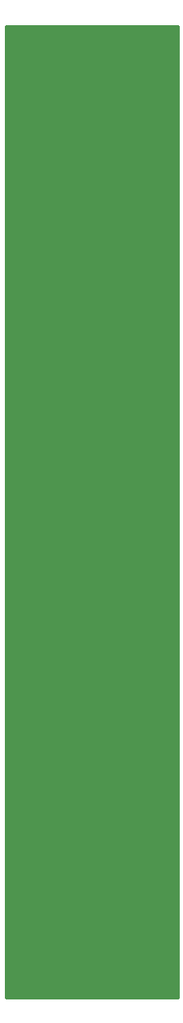
<source format=gbl>
G75*
G70*
%OFA0B0*%
%FSLAX24Y24*%
%IPPOS*%
%LPD*%
%AMOC8*
5,1,8,0,0,1.08239X$1,22.5*
%
%ADD10C,0.0100*%
D10*
X000318Y003313D02*
X000318Y043177D01*
X007382Y043177D01*
X007382Y003313D01*
X000318Y003313D01*
X000318Y003342D02*
X007382Y003342D01*
X007382Y003441D02*
X000318Y003441D01*
X000318Y003539D02*
X007382Y003539D01*
X007382Y003638D02*
X000318Y003638D01*
X000318Y003736D02*
X007382Y003736D01*
X007382Y003835D02*
X000318Y003835D01*
X000318Y003933D02*
X007382Y003933D01*
X007382Y004032D02*
X000318Y004032D01*
X000318Y004130D02*
X007382Y004130D01*
X007382Y004229D02*
X000318Y004229D01*
X000318Y004327D02*
X007382Y004327D01*
X007382Y004426D02*
X000318Y004426D01*
X000318Y004524D02*
X007382Y004524D01*
X007382Y004623D02*
X000318Y004623D01*
X000318Y004721D02*
X007382Y004721D01*
X007382Y004820D02*
X000318Y004820D01*
X000318Y004918D02*
X007382Y004918D01*
X007382Y005017D02*
X000318Y005017D01*
X000318Y005115D02*
X007382Y005115D01*
X007382Y005214D02*
X000318Y005214D01*
X000318Y005312D02*
X007382Y005312D01*
X007382Y005411D02*
X000318Y005411D01*
X000318Y005509D02*
X007382Y005509D01*
X007382Y005608D02*
X000318Y005608D01*
X000318Y005706D02*
X007382Y005706D01*
X007382Y005805D02*
X000318Y005805D01*
X000318Y005903D02*
X007382Y005903D01*
X007382Y006002D02*
X000318Y006002D01*
X000318Y006100D02*
X007382Y006100D01*
X007382Y006199D02*
X000318Y006199D01*
X000318Y006297D02*
X007382Y006297D01*
X007382Y006396D02*
X000318Y006396D01*
X000318Y006494D02*
X007382Y006494D01*
X007382Y006593D02*
X000318Y006593D01*
X000318Y006691D02*
X007382Y006691D01*
X007382Y006790D02*
X000318Y006790D01*
X000318Y006888D02*
X007382Y006888D01*
X007382Y006987D02*
X000318Y006987D01*
X000318Y007085D02*
X007382Y007085D01*
X007382Y007184D02*
X000318Y007184D01*
X000318Y007282D02*
X007382Y007282D01*
X007382Y007381D02*
X000318Y007381D01*
X000318Y007479D02*
X007382Y007479D01*
X007382Y007578D02*
X000318Y007578D01*
X000318Y007676D02*
X007382Y007676D01*
X007382Y007775D02*
X000318Y007775D01*
X000318Y007873D02*
X007382Y007873D01*
X007382Y007972D02*
X000318Y007972D01*
X000318Y008070D02*
X007382Y008070D01*
X007382Y008169D02*
X000318Y008169D01*
X000318Y008267D02*
X007382Y008267D01*
X007382Y008366D02*
X000318Y008366D01*
X000318Y008464D02*
X007382Y008464D01*
X007382Y008563D02*
X000318Y008563D01*
X000318Y008661D02*
X007382Y008661D01*
X007382Y008760D02*
X000318Y008760D01*
X000318Y008858D02*
X007382Y008858D01*
X007382Y008957D02*
X000318Y008957D01*
X000318Y009055D02*
X007382Y009055D01*
X007382Y009154D02*
X000318Y009154D01*
X000318Y009252D02*
X007382Y009252D01*
X007382Y009351D02*
X000318Y009351D01*
X000318Y009449D02*
X007382Y009449D01*
X007382Y009548D02*
X000318Y009548D01*
X000318Y009646D02*
X007382Y009646D01*
X007382Y009745D02*
X000318Y009745D01*
X000318Y009843D02*
X007382Y009843D01*
X007382Y009942D02*
X000318Y009942D01*
X000318Y010040D02*
X007382Y010040D01*
X007382Y010139D02*
X000318Y010139D01*
X000318Y010237D02*
X007382Y010237D01*
X007382Y010336D02*
X000318Y010336D01*
X000318Y010434D02*
X007382Y010434D01*
X007382Y010533D02*
X000318Y010533D01*
X000318Y010631D02*
X007382Y010631D01*
X007382Y010730D02*
X000318Y010730D01*
X000318Y010828D02*
X007382Y010828D01*
X007382Y010927D02*
X000318Y010927D01*
X000318Y011025D02*
X007382Y011025D01*
X007382Y011124D02*
X000318Y011124D01*
X000318Y011222D02*
X007382Y011222D01*
X007382Y011321D02*
X000318Y011321D01*
X000318Y011419D02*
X007382Y011419D01*
X007382Y011518D02*
X000318Y011518D01*
X000318Y011616D02*
X007382Y011616D01*
X007382Y011715D02*
X000318Y011715D01*
X000318Y011813D02*
X007382Y011813D01*
X007382Y011912D02*
X000318Y011912D01*
X000318Y012010D02*
X007382Y012010D01*
X007382Y012109D02*
X000318Y012109D01*
X000318Y012207D02*
X007382Y012207D01*
X007382Y012306D02*
X000318Y012306D01*
X000318Y012404D02*
X007382Y012404D01*
X007382Y012503D02*
X000318Y012503D01*
X000318Y012601D02*
X007382Y012601D01*
X007382Y012700D02*
X000318Y012700D01*
X000318Y012798D02*
X007382Y012798D01*
X007382Y012897D02*
X000318Y012897D01*
X000318Y012995D02*
X007382Y012995D01*
X007382Y013094D02*
X000318Y013094D01*
X000318Y013192D02*
X007382Y013192D01*
X007382Y013291D02*
X000318Y013291D01*
X000318Y013389D02*
X007382Y013389D01*
X007382Y013488D02*
X000318Y013488D01*
X000318Y013586D02*
X007382Y013586D01*
X007382Y013685D02*
X000318Y013685D01*
X000318Y013783D02*
X007382Y013783D01*
X007382Y013882D02*
X000318Y013882D01*
X000318Y013980D02*
X007382Y013980D01*
X007382Y014079D02*
X000318Y014079D01*
X000318Y014177D02*
X007382Y014177D01*
X007382Y014276D02*
X000318Y014276D01*
X000318Y014374D02*
X007382Y014374D01*
X007382Y014473D02*
X000318Y014473D01*
X000318Y014571D02*
X007382Y014571D01*
X007382Y014670D02*
X000318Y014670D01*
X000318Y014768D02*
X007382Y014768D01*
X007382Y014867D02*
X000318Y014867D01*
X000318Y014965D02*
X007382Y014965D01*
X007382Y015064D02*
X000318Y015064D01*
X000318Y015162D02*
X007382Y015162D01*
X007382Y015261D02*
X000318Y015261D01*
X000318Y015359D02*
X007382Y015359D01*
X007382Y015458D02*
X000318Y015458D01*
X000318Y015556D02*
X007382Y015556D01*
X007382Y015655D02*
X000318Y015655D01*
X000318Y015753D02*
X007382Y015753D01*
X007382Y015852D02*
X000318Y015852D01*
X000318Y015950D02*
X007382Y015950D01*
X007382Y016049D02*
X000318Y016049D01*
X000318Y016147D02*
X007382Y016147D01*
X007382Y016246D02*
X000318Y016246D01*
X000318Y016344D02*
X007382Y016344D01*
X007382Y016443D02*
X000318Y016443D01*
X000318Y016541D02*
X007382Y016541D01*
X007382Y016640D02*
X000318Y016640D01*
X000318Y016738D02*
X007382Y016738D01*
X007382Y016837D02*
X000318Y016837D01*
X000318Y016935D02*
X007382Y016935D01*
X007382Y017034D02*
X000318Y017034D01*
X000318Y017132D02*
X007382Y017132D01*
X007382Y017231D02*
X000318Y017231D01*
X000318Y017329D02*
X007382Y017329D01*
X007382Y017428D02*
X000318Y017428D01*
X000318Y017526D02*
X007382Y017526D01*
X007382Y017625D02*
X000318Y017625D01*
X000318Y017723D02*
X007382Y017723D01*
X007382Y017822D02*
X000318Y017822D01*
X000318Y017920D02*
X007382Y017920D01*
X007382Y018019D02*
X000318Y018019D01*
X000318Y018117D02*
X007382Y018117D01*
X007382Y018216D02*
X000318Y018216D01*
X000318Y018314D02*
X007382Y018314D01*
X007382Y018413D02*
X000318Y018413D01*
X000318Y018511D02*
X007382Y018511D01*
X007382Y018610D02*
X000318Y018610D01*
X000318Y018708D02*
X007382Y018708D01*
X007382Y018807D02*
X000318Y018807D01*
X000318Y018905D02*
X007382Y018905D01*
X007382Y019004D02*
X000318Y019004D01*
X000318Y019102D02*
X007382Y019102D01*
X007382Y019201D02*
X000318Y019201D01*
X000318Y019299D02*
X007382Y019299D01*
X007382Y019398D02*
X000318Y019398D01*
X000318Y019496D02*
X007382Y019496D01*
X007382Y019595D02*
X000318Y019595D01*
X000318Y019693D02*
X007382Y019693D01*
X007382Y019792D02*
X000318Y019792D01*
X000318Y019890D02*
X007382Y019890D01*
X007382Y019989D02*
X000318Y019989D01*
X000318Y020087D02*
X007382Y020087D01*
X007382Y020186D02*
X000318Y020186D01*
X000318Y020284D02*
X007382Y020284D01*
X007382Y020383D02*
X000318Y020383D01*
X000318Y020481D02*
X007382Y020481D01*
X007382Y020580D02*
X000318Y020580D01*
X000318Y020678D02*
X007382Y020678D01*
X007382Y020777D02*
X000318Y020777D01*
X000318Y020875D02*
X007382Y020875D01*
X007382Y020974D02*
X000318Y020974D01*
X000318Y021072D02*
X007382Y021072D01*
X007382Y021171D02*
X000318Y021171D01*
X000318Y021269D02*
X007382Y021269D01*
X007382Y021368D02*
X000318Y021368D01*
X000318Y021466D02*
X007382Y021466D01*
X007382Y021565D02*
X000318Y021565D01*
X000318Y021663D02*
X007382Y021663D01*
X007382Y021762D02*
X000318Y021762D01*
X000318Y021860D02*
X007382Y021860D01*
X007382Y021959D02*
X000318Y021959D01*
X000318Y022057D02*
X007382Y022057D01*
X007382Y022156D02*
X000318Y022156D01*
X000318Y022254D02*
X007382Y022254D01*
X007382Y022353D02*
X000318Y022353D01*
X000318Y022451D02*
X007382Y022451D01*
X007382Y022550D02*
X000318Y022550D01*
X000318Y022648D02*
X007382Y022648D01*
X007382Y022747D02*
X000318Y022747D01*
X000318Y022845D02*
X007382Y022845D01*
X007382Y022944D02*
X000318Y022944D01*
X000318Y023042D02*
X007382Y023042D01*
X007382Y023141D02*
X000318Y023141D01*
X000318Y023239D02*
X007382Y023239D01*
X007382Y023338D02*
X000318Y023338D01*
X000318Y023436D02*
X007382Y023436D01*
X007382Y023535D02*
X000318Y023535D01*
X000318Y023633D02*
X007382Y023633D01*
X007382Y023732D02*
X000318Y023732D01*
X000318Y023830D02*
X007382Y023830D01*
X007382Y023929D02*
X000318Y023929D01*
X000318Y024027D02*
X007382Y024027D01*
X007382Y024126D02*
X000318Y024126D01*
X000318Y024224D02*
X007382Y024224D01*
X007382Y024323D02*
X000318Y024323D01*
X000318Y024421D02*
X007382Y024421D01*
X007382Y024520D02*
X000318Y024520D01*
X000318Y024618D02*
X007382Y024618D01*
X007382Y024717D02*
X000318Y024717D01*
X000318Y024815D02*
X007382Y024815D01*
X007382Y024914D02*
X000318Y024914D01*
X000318Y025012D02*
X007382Y025012D01*
X007382Y025111D02*
X000318Y025111D01*
X000318Y025209D02*
X007382Y025209D01*
X007382Y025308D02*
X000318Y025308D01*
X000318Y025406D02*
X007382Y025406D01*
X007382Y025505D02*
X000318Y025505D01*
X000318Y025603D02*
X007382Y025603D01*
X007382Y025702D02*
X000318Y025702D01*
X000318Y025800D02*
X007382Y025800D01*
X007382Y025899D02*
X000318Y025899D01*
X000318Y025997D02*
X007382Y025997D01*
X007382Y026096D02*
X000318Y026096D01*
X000318Y026194D02*
X007382Y026194D01*
X007382Y026293D02*
X000318Y026293D01*
X000318Y026391D02*
X007382Y026391D01*
X007382Y026490D02*
X000318Y026490D01*
X000318Y026588D02*
X007382Y026588D01*
X007382Y026687D02*
X000318Y026687D01*
X000318Y026785D02*
X007382Y026785D01*
X007382Y026884D02*
X000318Y026884D01*
X000318Y026982D02*
X007382Y026982D01*
X007382Y027081D02*
X000318Y027081D01*
X000318Y027179D02*
X007382Y027179D01*
X007382Y027278D02*
X000318Y027278D01*
X000318Y027376D02*
X007382Y027376D01*
X007382Y027475D02*
X000318Y027475D01*
X000318Y027573D02*
X007382Y027573D01*
X007382Y027672D02*
X000318Y027672D01*
X000318Y027770D02*
X007382Y027770D01*
X007382Y027869D02*
X000318Y027869D01*
X000318Y027967D02*
X007382Y027967D01*
X007382Y028066D02*
X000318Y028066D01*
X000318Y028164D02*
X007382Y028164D01*
X007382Y028263D02*
X000318Y028263D01*
X000318Y028361D02*
X007382Y028361D01*
X007382Y028460D02*
X000318Y028460D01*
X000318Y028558D02*
X007382Y028558D01*
X007382Y028657D02*
X000318Y028657D01*
X000318Y028755D02*
X007382Y028755D01*
X007382Y028854D02*
X000318Y028854D01*
X000318Y028952D02*
X007382Y028952D01*
X007382Y029051D02*
X000318Y029051D01*
X000318Y029149D02*
X007382Y029149D01*
X007382Y029248D02*
X000318Y029248D01*
X000318Y029346D02*
X007382Y029346D01*
X007382Y029445D02*
X000318Y029445D01*
X000318Y029543D02*
X007382Y029543D01*
X007382Y029642D02*
X000318Y029642D01*
X000318Y029740D02*
X007382Y029740D01*
X007382Y029839D02*
X000318Y029839D01*
X000318Y029937D02*
X007382Y029937D01*
X007382Y030036D02*
X000318Y030036D01*
X000318Y030134D02*
X007382Y030134D01*
X007382Y030233D02*
X000318Y030233D01*
X000318Y030331D02*
X007382Y030331D01*
X007382Y030430D02*
X000318Y030430D01*
X000318Y030528D02*
X007382Y030528D01*
X007382Y030627D02*
X000318Y030627D01*
X000318Y030725D02*
X007382Y030725D01*
X007382Y030824D02*
X000318Y030824D01*
X000318Y030922D02*
X007382Y030922D01*
X007382Y031021D02*
X000318Y031021D01*
X000318Y031119D02*
X007382Y031119D01*
X007382Y031218D02*
X000318Y031218D01*
X000318Y031316D02*
X007382Y031316D01*
X007382Y031415D02*
X000318Y031415D01*
X000318Y031513D02*
X007382Y031513D01*
X007382Y031612D02*
X000318Y031612D01*
X000318Y031710D02*
X007382Y031710D01*
X007382Y031809D02*
X000318Y031809D01*
X000318Y031907D02*
X007382Y031907D01*
X007382Y032006D02*
X000318Y032006D01*
X000318Y032104D02*
X007382Y032104D01*
X007382Y032203D02*
X000318Y032203D01*
X000318Y032301D02*
X007382Y032301D01*
X007382Y032400D02*
X000318Y032400D01*
X000318Y032498D02*
X007382Y032498D01*
X007382Y032597D02*
X000318Y032597D01*
X000318Y032695D02*
X007382Y032695D01*
X007382Y032794D02*
X000318Y032794D01*
X000318Y032892D02*
X007382Y032892D01*
X007382Y032991D02*
X000318Y032991D01*
X000318Y033089D02*
X007382Y033089D01*
X007382Y033188D02*
X000318Y033188D01*
X000318Y033286D02*
X007382Y033286D01*
X007382Y033385D02*
X000318Y033385D01*
X000318Y033483D02*
X007382Y033483D01*
X007382Y033582D02*
X000318Y033582D01*
X000318Y033680D02*
X007382Y033680D01*
X007382Y033779D02*
X000318Y033779D01*
X000318Y033877D02*
X007382Y033877D01*
X007382Y033976D02*
X000318Y033976D01*
X000318Y034074D02*
X007382Y034074D01*
X007382Y034173D02*
X000318Y034173D01*
X000318Y034271D02*
X007382Y034271D01*
X007382Y034370D02*
X000318Y034370D01*
X000318Y034468D02*
X007382Y034468D01*
X007382Y034567D02*
X000318Y034567D01*
X000318Y034665D02*
X007382Y034665D01*
X007382Y034764D02*
X000318Y034764D01*
X000318Y034862D02*
X007382Y034862D01*
X007382Y034961D02*
X000318Y034961D01*
X000318Y035059D02*
X007382Y035059D01*
X007382Y035158D02*
X000318Y035158D01*
X000318Y035256D02*
X007382Y035256D01*
X007382Y035355D02*
X000318Y035355D01*
X000318Y035453D02*
X007382Y035453D01*
X007382Y035552D02*
X000318Y035552D01*
X000318Y035650D02*
X007382Y035650D01*
X007382Y035749D02*
X000318Y035749D01*
X000318Y035847D02*
X007382Y035847D01*
X007382Y035946D02*
X000318Y035946D01*
X000318Y036044D02*
X007382Y036044D01*
X007382Y036143D02*
X000318Y036143D01*
X000318Y036241D02*
X007382Y036241D01*
X007382Y036340D02*
X000318Y036340D01*
X000318Y036438D02*
X007382Y036438D01*
X007382Y036537D02*
X000318Y036537D01*
X000318Y036635D02*
X007382Y036635D01*
X007382Y036734D02*
X000318Y036734D01*
X000318Y036832D02*
X007382Y036832D01*
X007382Y036931D02*
X000318Y036931D01*
X000318Y037029D02*
X007382Y037029D01*
X007382Y037128D02*
X000318Y037128D01*
X000318Y037226D02*
X007382Y037226D01*
X007382Y037325D02*
X000318Y037325D01*
X000318Y037423D02*
X007382Y037423D01*
X007382Y037522D02*
X000318Y037522D01*
X000318Y037620D02*
X007382Y037620D01*
X007382Y037719D02*
X000318Y037719D01*
X000318Y037817D02*
X007382Y037817D01*
X007382Y037916D02*
X000318Y037916D01*
X000318Y038014D02*
X007382Y038014D01*
X007382Y038113D02*
X000318Y038113D01*
X000318Y038211D02*
X007382Y038211D01*
X007382Y038310D02*
X000318Y038310D01*
X000318Y038408D02*
X007382Y038408D01*
X007382Y038507D02*
X000318Y038507D01*
X000318Y038605D02*
X007382Y038605D01*
X007382Y038704D02*
X000318Y038704D01*
X000318Y038802D02*
X007382Y038802D01*
X007382Y038901D02*
X000318Y038901D01*
X000318Y038999D02*
X007382Y038999D01*
X007382Y039098D02*
X000318Y039098D01*
X000318Y039196D02*
X007382Y039196D01*
X007382Y039295D02*
X000318Y039295D01*
X000318Y039393D02*
X007382Y039393D01*
X007382Y039492D02*
X000318Y039492D01*
X000318Y039590D02*
X007382Y039590D01*
X007382Y039689D02*
X000318Y039689D01*
X000318Y039787D02*
X007382Y039787D01*
X007382Y039886D02*
X000318Y039886D01*
X000318Y039984D02*
X007382Y039984D01*
X007382Y040083D02*
X000318Y040083D01*
X000318Y040181D02*
X007382Y040181D01*
X007382Y040280D02*
X000318Y040280D01*
X000318Y040378D02*
X007382Y040378D01*
X007382Y040477D02*
X000318Y040477D01*
X000318Y040575D02*
X007382Y040575D01*
X007382Y040674D02*
X000318Y040674D01*
X000318Y040772D02*
X007382Y040772D01*
X007382Y040871D02*
X000318Y040871D01*
X000318Y040969D02*
X007382Y040969D01*
X007382Y041068D02*
X000318Y041068D01*
X000318Y041166D02*
X007382Y041166D01*
X007382Y041265D02*
X000318Y041265D01*
X000318Y041363D02*
X007382Y041363D01*
X007382Y041462D02*
X000318Y041462D01*
X000318Y041560D02*
X007382Y041560D01*
X007382Y041659D02*
X000318Y041659D01*
X000318Y041757D02*
X007382Y041757D01*
X007382Y041856D02*
X000318Y041856D01*
X000318Y041954D02*
X007382Y041954D01*
X007382Y042053D02*
X000318Y042053D01*
X000318Y042151D02*
X007382Y042151D01*
X007382Y042250D02*
X000318Y042250D01*
X000318Y042348D02*
X007382Y042348D01*
X007382Y042447D02*
X000318Y042447D01*
X000318Y042545D02*
X007382Y042545D01*
X007382Y042644D02*
X000318Y042644D01*
X000318Y042742D02*
X007382Y042742D01*
X007382Y042841D02*
X000318Y042841D01*
X000318Y042939D02*
X007382Y042939D01*
X007382Y043038D02*
X000318Y043038D01*
X000318Y043136D02*
X007382Y043136D01*
M02*

</source>
